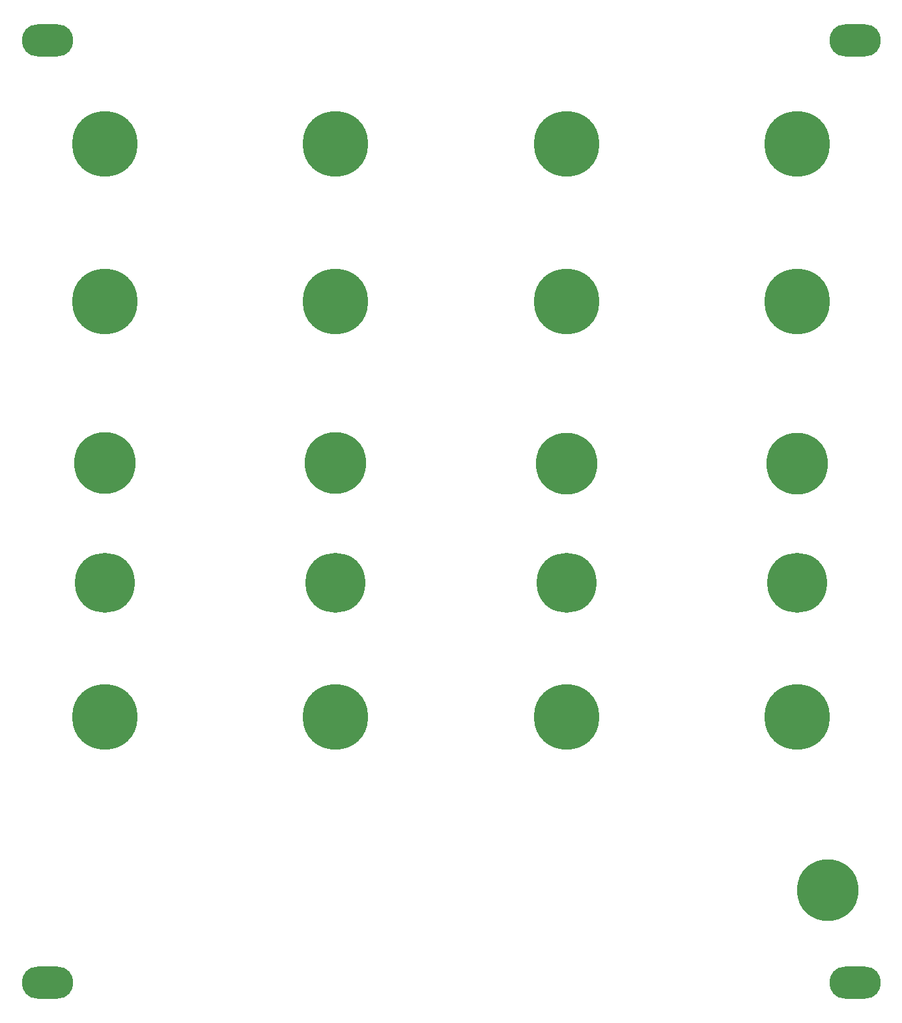
<source format=gbr>
G04 #@! TF.GenerationSoftware,KiCad,Pcbnew,(6.0.6)*
G04 #@! TF.CreationDate,2022-11-24T12:55:08+00:00*
G04 #@! TF.ProjectId,Drumbox,4472756d-626f-4782-9e6b-696361645f70,rev?*
G04 #@! TF.SameCoordinates,Original*
G04 #@! TF.FileFunction,Copper,L1,Top*
G04 #@! TF.FilePolarity,Positive*
%FSLAX46Y46*%
G04 Gerber Fmt 4.6, Leading zero omitted, Abs format (unit mm)*
G04 Created by KiCad (PCBNEW (6.0.6)) date 2022-11-24 12:55:08*
%MOMM*%
%LPD*%
G01*
G04 APERTURE LIST*
G04 #@! TA.AperFunction,ComponentPad*
%ADD10O,6.700000X4.200000*%
G04 #@! TD*
G04 #@! TA.AperFunction,ViaPad*
%ADD11C,8.500000*%
G04 #@! TD*
G04 #@! TA.AperFunction,ViaPad*
%ADD12C,7.800000*%
G04 #@! TD*
G04 #@! TA.AperFunction,ViaPad*
%ADD13C,8.000000*%
G04 #@! TD*
G04 APERTURE END LIST*
D10*
X43500000Y-39000000D03*
X148500000Y-39000000D03*
X43500000Y-161500000D03*
X148500000Y-161500000D03*
D11*
X80999327Y-52490916D03*
X110992606Y-52498655D03*
D12*
X141000000Y-109500000D03*
D11*
X51000000Y-127000000D03*
D12*
X51000000Y-109500000D03*
D13*
X145000000Y-149497644D03*
D12*
X111000000Y-109500000D03*
X81000000Y-109500000D03*
D13*
X111000000Y-94000000D03*
X80989232Y-93992932D03*
D11*
X50984521Y-52498309D03*
X80994632Y-72998991D03*
X140986537Y-52497983D03*
D13*
X141000000Y-94000000D03*
D11*
X110990244Y-126996639D03*
X110997977Y-72996300D03*
X80995066Y-126996300D03*
X140998766Y-72997533D03*
X140985173Y-126998991D03*
X50978457Y-72972408D03*
D13*
X50991588Y-93988900D03*
M02*

</source>
